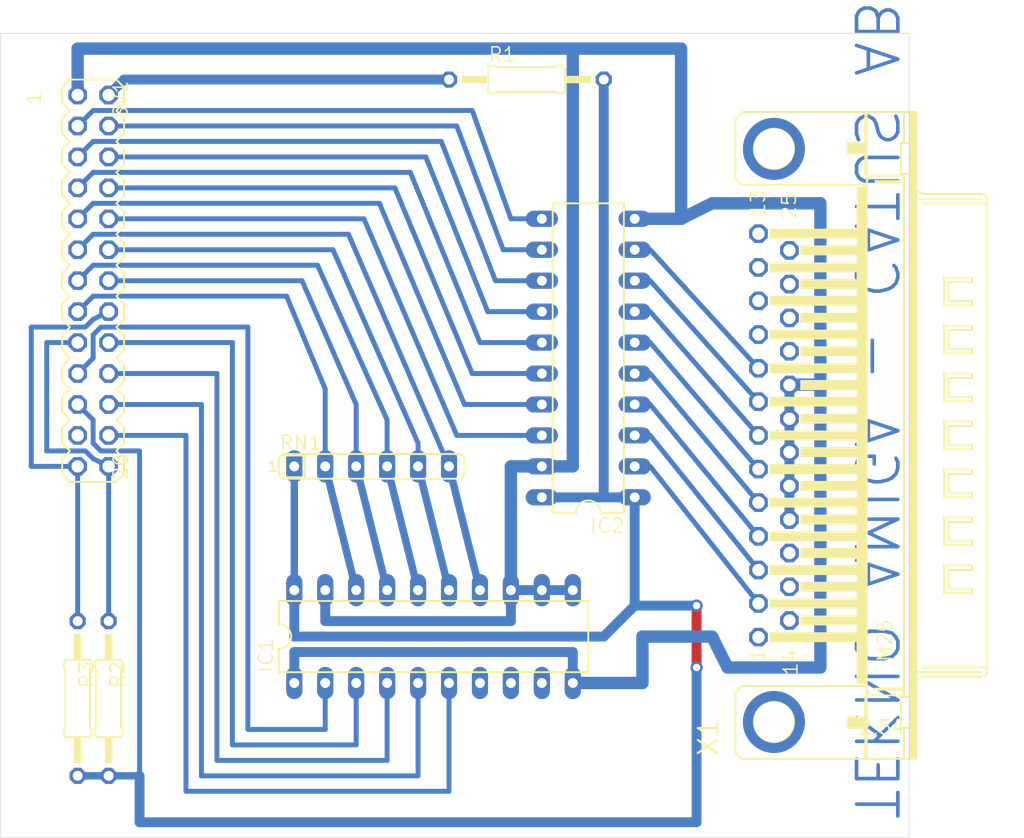
<source format=kicad_pcb>
(kicad_pcb (version 20221018) (generator pcbnew)
  (layers (0 "F.Cu" signal) (31 "B.Cu" signal) (34 "B.Paste" user) (35 "F.Paste" user) (36 "B.SilkS" user "B.Silkscreen") (37 "F.SilkS" user "F.Silkscreen") (38 "B.Mask" user) (39 "F.Mask" user) (44 "Edge.Cuts" user))
  (net 0 "")
  (net 1 "GND")
  (net 2 "VCC")
  (net 3 "N$1")
  (net 4 "N$2")
  (net 5 "N$3")
  (net 6 "N$4")
  (net 7 "N$5")
  (net 8 "N$6")
  (net 9 "N$7")
  (net 10 "N$8")
  (net 11 "N$9")
  (net 12 "N$10")
  (net 13 "N$11")
  (net 14 "N$12")
  (net 15 "N$13")
  (net 16 "N$14")
  (net 17 "N$15")
  (net 18 "N$16")
  (net 19 "N$17")
  (net 20 "N$18")
  (net 21 "N$19")
  (net 22 "N$20")
  (net 23 "N$22")
  (net 24 "N$23")
  (net 25 "N$24")
  (net 26 "N$25")
  (net 27 "N$26")
  (net 28 "N$27")
  (net 29 "N$28")
  (net 30 "N$29")
  (net 31 "N$21")
  (footprint "TeknoAmiga:0207_12" (layer "F.Cu") (at 117.5511 126.5886 -90)
    (fp_text reference "R3" (at -3.175 -1.397 90) (layer "F.SilkS") (effects (font (size 1.143 1.143) (thickness 0.127)) (justify right bottom)))
    (fp_text value "680k")
    (pad "1" thru_hole roundrect (at -6.35 0 270) (size 1.3208 1.3208) (drill 0.8128) (layers "*.Cu" "*.Mask") (chamfer_ratio 0.2928932188) (chamfer top_left top_right bottom_left bottom_right) (net 17 "N$15"))
    (pad "2" thru_hole roundrect (at 6.35 0 270) (size 1.3208 1.3208) (drill 0.8128) (layers "*.Cu" "*.Mask") (chamfer_ratio 0.2928932188) (chamfer top_left top_right bottom_left bottom_right) (net 2 "VCC"))
  )
  (footprint "TeknoAmiga:0207_12" (layer "F.Cu") (at 154.3811 75.7886)
    (fp_text reference "R1" (at -3.175 -1.397) (layer "F.SilkS") (effects (font (size 1.143 1.143) (thickness 0.127)) (justify left bottom)))
    (fp_text value "47")
    (pad "1" thru_hole roundrect (at -6.35 0) (size 1.3208 1.3208) (drill 0.8128) (layers "*.Cu" "*.Mask") (chamfer_ratio 0.2928932188) (chamfer top_left top_right bottom_left bottom_right) (net 31 "N$21"))
    (pad "2" thru_hole roundrect (at 6.35 0) (size 1.3208 1.3208) (drill 0.8128) (layers "*.Cu" "*.Mask") (chamfer_ratio 0.2928932188) (chamfer top_left top_right bottom_left bottom_right) (net 2 "VCC"))
  )
  (footprint "TeknoAmiga:DIL20" (layer "F.Cu") (at 159.4611 98.6486 90)
    (fp_text reference "IC2" (at -13.081 3.048 180) (layer "F.SilkS") (effects (font (size 1.1684 1.1684) (thickness 0.1016)) (justify right top)))
    (fp_text value "74LS245N")
    (pad "1" thru_hole oval (at -11.43 3.81 180) (size 2.6416 1.3208) (drill 0.8128) (layers "*.Cu" "*.Mask") (net 2 "VCC"))
    (pad "2" thru_hole oval (at -8.89 3.81 180) (size 2.6416 1.3208) (drill 0.8128) (layers "*.Cu" "*.Mask") (net 3 "N$1"))
    (pad "3" thru_hole oval (at -6.35 3.81 180) (size 2.6416 1.3208) (drill 0.8128) (layers "*.Cu" "*.Mask") (net 4 "N$2"))
    (pad "4" thru_hole oval (at -3.81 3.81 180) (size 2.6416 1.3208) (drill 0.8128) (layers "*.Cu" "*.Mask") (net 5 "N$3"))
    (pad "5" thru_hole oval (at -1.27 3.81 180) (size 2.6416 1.3208) (drill 0.8128) (layers "*.Cu" "*.Mask") (net 6 "N$4"))
    (pad "6" thru_hole oval (at 1.27 3.81 180) (size 2.6416 1.3208) (drill 0.8128) (layers "*.Cu" "*.Mask") (net 7 "N$5"))
    (pad "7" thru_hole oval (at 3.81 3.81 180) (size 2.6416 1.3208) (drill 0.8128) (layers "*.Cu" "*.Mask") (net 8 "N$6"))
    (pad "8" thru_hole oval (at 6.35 3.81 180) (size 2.6416 1.3208) (drill 0.8128) (layers "*.Cu" "*.Mask") (net 9 "N$7"))
    (pad "9" thru_hole oval (at 8.89 3.81 180) (size 2.6416 1.3208) (drill 0.8128) (layers "*.Cu" "*.Mask") (net 10 "N$8"))
    (pad "10" thru_hole oval (at 11.43 3.81 180) (size 2.6416 1.3208) (drill 0.8128) (layers "*.Cu" "*.Mask") (net 1 "GND"))
    (pad "11" thru_hole oval (at 11.43 -3.81 180) (size 2.6416 1.3208) (drill 0.8128) (layers "*.Cu" "*.Mask") (net 23 "N$22"))
    (pad "12" thru_hole oval (at 8.89 -3.81 180) (size 2.6416 1.3208) (drill 0.8128) (layers "*.Cu" "*.Mask") (net 24 "N$23"))
    (pad "13" thru_hole oval (at 6.35 -3.81 180) (size 2.6416 1.3208) (drill 0.8128) (layers "*.Cu" "*.Mask") (net 25 "N$24"))
    (pad "14" thru_hole oval (at 3.81 -3.81 180) (size 2.6416 1.3208) (drill 0.8128) (layers "*.Cu" "*.Mask") (net 26 "N$25"))
    (pad "15" thru_hole oval (at 1.27 -3.81 180) (size 2.6416 1.3208) (drill 0.8128) (layers "*.Cu" "*.Mask") (net 27 "N$26"))
    (pad "16" thru_hole oval (at -1.27 -3.81 180) (size 2.6416 1.3208) (drill 0.8128) (layers "*.Cu" "*.Mask") (net 28 "N$27"))
    (pad "17" thru_hole oval (at -3.81 -3.81 180) (size 2.6416 1.3208) (drill 0.8128) (layers "*.Cu" "*.Mask") (net 29 "N$28"))
    (pad "18" thru_hole oval (at -6.35 -3.81 180) (size 2.6416 1.3208) (drill 0.8128) (layers "*.Cu" "*.Mask") (net 30 "N$29"))
    (pad "19" thru_hole oval (at -8.89 -3.81 180) (size 2.6416 1.3208) (drill 0.8128) (layers "*.Cu" "*.Mask") (net 1 "GND"))
    (pad "20" thru_hole oval (at -11.43 -3.81 180) (size 2.6416 1.3208) (drill 0.8128) (layers "*.Cu" "*.Mask") (net 2 "VCC"))
  )
  (footprint "TeknoAmiga:SIL6" (layer "F.Cu") (at 141.6811 107.5386)
    (fp_text reference "RN1" (at -7.62 -1.27) (layer "F.SilkS") (effects (font (size 1.143 1.143) (thickness 0.127)) (justify left bottom)))
    (fp_text value "22k")
    (fp_text user "1" (at -8.636 0.508) (layer "F.SilkS") (effects (font (size 0.871728 0.871728) (thickness 0.118872)) (justify left bottom)))
    (pad "1" thru_hole oval (at -6.35 0 90) (size 2.6416 1.3208) (drill 0.8128) (layers "*.Cu" "*.Mask") (net 2 "VCC"))
    (pad "2" thru_hole oval (at -3.81 0 90) (size 2.6416 1.3208) (drill 0.8128) (layers "*.Cu" "*.Mask") (net 15 "N$13"))
    (pad "3" thru_hole oval (at -1.27 0 90) (size 2.6416 1.3208) (drill 0.8128) (layers "*.Cu" "*.Mask") (net 14 "N$12"))
    (pad "4" thru_hole oval (at 1.27 0 90) (size 2.6416 1.3208) (drill 0.8128) (layers "*.Cu" "*.Mask") (net 13 "N$11"))
    (pad "5" thru_hole oval (at 3.81 0 90) (size 2.6416 1.3208) (drill 0.8128) (layers "*.Cu" "*.Mask") (net 12 "N$10"))
    (pad "6" thru_hole oval (at 6.35 0 90) (size 2.6416 1.3208) (drill 0.8128) (layers "*.Cu" "*.Mask") (net 11 "N$9"))
  )
  (footprint "TeknoAmiga:MA13-2" (layer "F.Cu") (at 118.8211 92.2986 -90)
    (fp_text reference "SV1" (at -16.51 -2.921 90) (layer "F.SilkS") (effects (font (size 1.143 1.143) (thickness 0.127)) (justify right bottom)))
    (fp_text value "")
    (fp_text user "1" (at -15.621 4.191 90) (layer "F.SilkS") (effects (font (size 1.143 1.143) (thickness 0.127)) (justify right bottom)))
    (fp_text user "26" (at 14.097 -2.921 90) (layer "F.SilkS") (effects (font (size 1.143 1.143) (thickness 0.127)) (justify right bottom)))
    (pad "1" thru_hole roundrect (at -15.24 1.27 270) (size 1.524 1.524) (drill 1.016) (layers "*.Cu" "*.Mask") (chamfer_ratio 0.2928932188) (chamfer top_left top_right bottom_left bottom_right) (net 1 "GND"))
    (pad "2" thru_hole roundrect (at -15.24 -1.27 270) (size 1.524 1.524) (drill 1.016) (layers "*.Cu" "*.Mask") (chamfer_ratio 0.2928932188) (chamfer top_left top_right bottom_left bottom_right) (net 31 "N$21"))
    (pad "3" thru_hole roundrect (at -12.7 1.27 270) (size 1.524 1.524) (drill 1.016) (layers "*.Cu" "*.Mask") (chamfer_ratio 0.2928932188) (chamfer top_left top_right bottom_left bottom_right) (net 23 "N$22"))
    (pad "4" thru_hole roundrect (at -12.7 -1.27 270) (size 1.524 1.524) (drill 1.016) (layers "*.Cu" "*.Mask") (chamfer_ratio 0.2928932188) (chamfer top_left top_right bottom_left bottom_right) (net 24 "N$23"))
    (pad "5" thru_hole roundrect (at -10.16 1.27 270) (size 1.524 1.524) (drill 1.016) (layers "*.Cu" "*.Mask") (chamfer_ratio 0.2928932188) (chamfer top_left top_right bottom_left bottom_right) (net 25 "N$24"))
    (pad "6" thru_hole roundrect (at -10.16 -1.27 270) (size 1.524 1.524) (drill 1.016) (layers "*.Cu" "*.Mask") (chamfer_ratio 0.2928932188) (chamfer top_left top_right bottom_left bottom_right) (net 26 "N$25"))
    (pad "7" thru_hole roundrect (at -7.62 1.27 270) (size 1.524 1.524) (drill 1.016) (layers "*.Cu" "*.Mask") (chamfer_ratio 0.2928932188) (chamfer top_left top_right bottom_left bottom_right) (net 27 "N$26"))
    (pad "8" thru_hole roundrect (at -7.62 -1.27 270) (size 1.524 1.524) (drill 1.016) (layers "*.Cu" "*.Mask") (chamfer_ratio 0.2928932188) (chamfer top_left top_right bottom_left bottom_right) (net 28 "N$27"))
    (pad "9" thru_hole roundrect (at -5.08 1.27 270) (size 1.524 1.524) (drill 1.016) (layers "*.Cu" "*.Mask") (chamfer_ratio 0.2928932188) (chamfer top_left top_right bottom_left bottom_right) (net 29 "N$28"))
    (pad "10" thru_hole roundrect (at -5.08 -1.27 270) (size 1.524 1.524) (drill 1.016) (layers "*.Cu" "*.Mask") (chamfer_ratio 0.2928932188) (chamfer top_left top_right bottom_left bottom_right) (net 30 "N$29"))
    (pad "11" thru_hole roundrect (at -2.54 1.27 270) (size 1.524 1.524) (drill 1.016) (layers "*.Cu" "*.Mask") (chamfer_ratio 0.2928932188) (chamfer top_left top_right bottom_left bottom_right) (net 11 "N$9"))
    (pad "12" thru_hole roundrect (at -2.54 -1.27 270) (size 1.524 1.524) (drill 1.016) (layers "*.Cu" "*.Mask") (chamfer_ratio 0.2928932188) (chamfer top_left top_right bottom_left bottom_right) (net 12 "N$10"))
    (pad "13" thru_hole roundrect (at 0 1.27 270) (size 1.524 1.524) (drill 1.016) (layers "*.Cu" "*.Mask") (chamfer_ratio 0.2928932188) (chamfer top_left top_right bottom_left bottom_right) (net 13 "N$11"))
    (pad "14" thru_hole roundrect (at 0 -1.27 270) (size 1.524 1.524) (drill 1.016) (layers "*.Cu" "*.Mask") (chamfer_ratio 0.2928932188) (chamfer top_left top_right bottom_left bottom_right) (net 14 "N$12"))
    (pad "15" thru_hole roundrect (at 2.54 1.27 270) (size 1.524 1.524) (drill 1.016) (layers "*.Cu" "*.Mask") (chamfer_ratio 0.2928932188) (chamfer top_left top_right bottom_left bottom_right) (net 15 "N$13"))
    (pad "16" thru_hole roundrect (at 2.54 -1.27 270) (size 1.524 1.524) (drill 1.016) (layers "*.Cu" "*.Mask") (chamfer_ratio 0.2928932188) (chamfer top_left top_right bottom_left bottom_right) (net 17 "N$15"))
    (pad "17" thru_hole roundrect (at 5.08 1.27 270) (size 1.524 1.524) (drill 1.016) (layers "*.Cu" "*.Mask") (chamfer_ratio 0.2928932188) (chamfer top_left top_right bottom_left bottom_right) (net 16 "N$14"))
    (pad "18" thru_hole roundrect (at 5.08 -1.27 270) (size 1.524 1.524) (drill 1.016) (layers "*.Cu" "*.Mask") (chamfer_ratio 0.2928932188) (chamfer top_left top_right bottom_left bottom_right) (net 21 "N$19"))
    (pad "19" thru_hole roundrect (at 7.62 1.27 270) (size 1.524 1.524) (drill 1.016) (layers "*.Cu" "*.Mask") (chamfer_ratio 0.2928932188) (chamfer top_left top_right bottom_left bottom_right) (net 22 "N$20"))
    (pad "20" thru_hole roundrect (at 7.62 -1.27 270) (size 1.524 1.524) (drill 1.016) (layers "*.Cu" "*.Mask") (chamfer_ratio 0.2928932188) (chamfer top_left top_right bottom_left bottom_right) (net 20 "N$18"))
    (pad "21" thru_hole roundrect (at 10.16 1.27 270) (size 1.524 1.524) (drill 1.016) (layers "*.Cu" "*.Mask") (chamfer_ratio 0.2928932188) (chamfer top_left top_right bottom_left bottom_right) (net 2 "VCC"))
    (pad "22" thru_hole roundrect (at 10.16 -1.27 270) (size 1.524 1.524) (drill 1.016) (layers "*.Cu" "*.Mask") (chamfer_ratio 0.2928932188) (chamfer top_left top_right bottom_left bottom_right) (net 19 "N$17"))
    (pad "23" thru_hole roundrect (at 12.7 1.27 270) (size 1.524 1.524) (drill 1.016) (layers "*.Cu" "*.Mask") (chamfer_ratio 0.2928932188) (chamfer top_left top_right bottom_left bottom_right))
    (pad "24" thru_hole roundrect (at 12.7 -1.27 270) (size 1.524 1.524) (drill 1.016) (layers "*.Cu" "*.Mask") (chamfer_ratio 0.2928932188) (chamfer top_left top_right bottom_left bottom_right) (net 18 "N$16"))
    (pad "25" thru_hole roundrect (at 15.24 1.27 270) (size 1.524 1.524) (drill 1.016) (layers "*.Cu" "*.Mask") (chamfer_ratio 0.2928932188) (chamfer top_left top_right bottom_left bottom_right) (net 17 "N$15"))
    (pad "26" thru_hole roundrect (at 15.24 -1.27 270) (size 1.524 1.524) (drill 1.016) (layers "*.Cu" "*.Mask") (chamfer_ratio 0.2928932188) (chamfer top_left top_right bottom_left bottom_right) (net 16 "N$14"))
  )
  (footprint "TeknoAmiga:M25HP" (layer "F.Cu") (at 174.7011 104.9986 90)
    (fp_text reference "X1" (at -26.416 -4.445 90) (layer "F.SilkS") (effects (font (size 1.6002 1.6002) (thickness 0.1778)) (justify left bottom)))
    (fp_text value "")
    (fp_text user "1" (at -18.669 -0.635 90) (layer "F.SilkS") (effects (font (size 1.143 1.143) (thickness 0.127)) (justify left bottom)))
    (fp_text user "25" (at 17.653 1.905 90) (layer "F.SilkS") (effects (font (size 1.143 1.143) (thickness 0.127)) (justify left bottom)))
    (fp_text user "M25" (at -18.669 9.779 90) (layer "F.SilkS") (effects (font (size 1.143 1.143) (thickness 0.127)) (justify left bottom)))
    (fp_text user "2,54" (at -24.638 6.858 180) (layer "F.SilkS") (effects (font (size 1.143 1.143) (thickness 0.127)) (justify left bottom)))
    (fp_text user "14" (at -19.812 2.032 90) (layer "F.SilkS") (effects (font (size 1.143 1.143) (thickness 0.127)) (justify left bottom)))
    (fp_text user "13" (at 17.907 -0.635 90) (layer "F.SilkS") (effects (font (size 1.143 1.143) (thickness 0.127)) (justify left bottom)))
    (pad "1" thru_hole roundrect (at -16.5608 -1.27 90) (size 1.524 1.524) (drill 1.016) (layers "*.Cu" "*.Mask") (chamfer_ratio 0.2928932188) (chamfer top_left top_right bottom_left bottom_right))
    (pad "2" thru_hole roundrect (at -13.7922 -1.27 90) (size 1.524 1.524) (drill 1.016) (layers "*.Cu" "*.Mask") (chamfer_ratio 0.2928932188) (chamfer top_left top_right bottom_left bottom_right) (net 3 "N$1"))
    (pad "3" thru_hole roundrect (at -11.049 -1.27 90) (size 1.524 1.524) (drill 1.016) (layers "*.Cu" "*.Mask") (chamfer_ratio 0.2928932188) (chamfer top_left top_right bottom_left bottom_right) (net 4 "N$2"))
    (pad "4" thru_hole roundrect (at -8.2804 -1.27 90) (size 1.524 1.524) (drill 1.016) (layers "*.Cu" "*.Mask") (chamfer_ratio 0.2928932188) (chamfer top_left top_right bottom_left bottom_right) (net 5 "N$3"))
    (pad "5" thru_hole roundrect (at -5.5118 -1.27 90) (size 1.524 1.524) (drill 1.016) (layers "*.Cu" "*.Mask") (chamfer_ratio 0.2928932188) (chamfer top_left top_right bottom_left bottom_right) (net 6 "N$4"))
    (pad "6" thru_hole roundrect (at -2.7686 -1.27 90) (size 1.524 1.524) (drill 1.016) (layers "*.Cu" "*.Mask") (chamfer_ratio 0.2928932188) (chamfer top_left top_right bottom_left bottom_right) (net 7 "N$5"))
    (pad "7" thru_hole roundrect (at 0 -1.27 90) (size 1.524 1.524) (drill 1.016) (layers "*.Cu" "*.Mask") (chamfer_ratio 0.2928932188) (chamfer top_left top_right bottom_left bottom_right) (net 8 "N$6"))
    (pad "8" thru_hole roundrect (at 2.7686 -1.27 90) (size 1.524 1.524) (drill 1.016) (layers "*.Cu" "*.Mask") (chamfer_ratio 0.2928932188) (chamfer top_left top_right bottom_left bottom_right) (net 9 "N$7"))
    (pad "9" thru_hole roundrect (at 5.5118 -1.27 90) (size 1.524 1.524) (drill 1.016) (layers "*.Cu" "*.Mask") (chamfer_ratio 0.2928932188) (chamfer top_left top_right bottom_left bottom_right) (net 10 "N$8"))
    (pad "10" thru_hole roundrect (at 8.2804 -1.27 90) (size 1.524 1.524) (drill 1.016) (layers "*.Cu" "*.Mask") (chamfer_ratio 0.2928932188) (chamfer top_left top_right bottom_left bottom_right))
    (pad "11" thru_hole roundrect (at 11.049 -1.27 90) (size 1.524 1.524) (drill 1.016) (layers "*.Cu" "*.Mask") (chamfer_ratio 0.2928932188) (chamfer top_left top_right bottom_left bottom_right))
    (pad "12" thru_hole roundrect (at 13.7922 -1.27 90) (size 1.524 1.524) (drill 1.016) (layers "*.Cu" "*.Mask") (chamfer_ratio 0.2928932188) (chamfer top_left top_right bottom_left bottom_right))
    (pad "13" thru_hole roundrect (at 16.5608 -1.27 90) (size 1.524 1.524) (drill 1.016) (layers "*.Cu" "*.Mask") (chamfer_ratio 0.2928932188) (chamfer top_left top_right bottom_left bottom_right))
    (pad "14" thru_hole roundrect (at -15.1892 1.27 90) (size 1.524 1.524) (drill 1.016) (layers "*.Cu" "*.Mask") (chamfer_ratio 0.2928932188) (chamfer top_left top_right bottom_left bottom_right))
    (pad "15" thru_hole roundrect (at -12.4206 1.27 90) (size 1.524 1.524) (drill 1.016) (layers "*.Cu" "*.Mask") (chamfer_ratio 0.2928932188) (chamfer top_left top_right bottom_left bottom_right))
    (pad "16" thru_hole roundrect (at -9.652 1.27 90) (size 1.524 1.524) (drill 1.016) (layers "*.Cu" "*.Mask") (chamfer_ratio 0.2928932188) (chamfer top_left top_right bottom_left bottom_right))
    (pad "17" thru_hole roundrect (at -6.9088 1.27 90) (size 1.524 1.524) (drill 1.016) (layers "*.Cu" "*.Mask") (chamfer_ratio 0.2928932188) (chamfer top_left top_right bottom_left bottom_right) (net 1 "GND"))
    (pad "18" thru_hole roundrect (at -4.1402 1.27 90) (size 1.524 1.524) (drill 1.016) (layers "*.Cu" "*.Mask") (chamfer_ratio 0.2928932188) (chamfer top_left top_right bottom_left bottom_right) (net 1 "GND"))
    (pad "19" thru_hole roundrect (at -1.3716 1.27 90) (size 1.524 1.524) (drill 1.016) (layers "*.Cu" "*.Mask") (chamfer_ratio 0.2928932188) (chamfer top_left top_right bottom_left bottom_right) (net 1 "GND"))
    (pad "20" thru_hole roundrect (at 1.3716 1.27 90) (size 1.524 1.524) (drill 1.016) (layers "*.Cu" "*.Mask") (chamfer_ratio 0.2928932188) (chamfer top_left top_right bottom_left bottom_right) (net 1 "GND"))
    (pad "21" thru_hole roundrect (at 4.1402 1.27 90) (size 1.524 1.524) (drill 1.016) (layers "*.Cu" "*.Mask") (chamfer_ratio 0.2928932188) (chamfer top_left top_right bottom_left bottom_right) (net 1 "GND"))
    (pad "22" thru_hole roundrect (at 6.9088 1.27 90) (size 1.524 1.524) (drill 1.016) (layers "*.Cu" "*.Mask") (chamfer_ratio 0.2928932188) (chamfer top_left top_right bottom_left bottom_right) (net 1 "GND"))
    (pad "23" thru_hole roundrect (at 9.652 1.27 90) (size 1.524 1.524) (drill 1.016) (layers "*.Cu" "*.Mask") (chamfer_ratio 0.2928932188) (chamfer top_left top_right bottom_left bottom_right) (net 1 "GND"))
    (pad "24" thru_hole roundrect (at 12.4206 1.27 90) (size 1.524 1.524) (drill 1.016) (layers "*.Cu" "*.Mask") (chamfer_ratio 0.2928932188) (chamfer top_left top_right bottom_left bottom_right) (net 1 "GND"))
    (pad "25" thru_hole roundrect (at 15.1892 1.27 90) (size 1.524 1.524) (drill 1.016) (layers "*.Cu" "*.Mask") (chamfer_ratio 0.2928932188) (chamfer top_left top_right bottom_left bottom_right) (net 1 "GND"))
    (pad "G1" thru_hole circle (at -23.5204 0 90) (size 5.08 5.08) (drill 3.302) (layers "*.Cu" "*.Mask"))
    (pad "G2" thru_hole circle (at 23.5204 0 90) (size 5.08 5.08) (drill 3.302) (layers "*.Cu" "*.Mask"))
  )
  (footprint "TeknoAmiga:DIL20" (layer "F.Cu") (at 146.7611 121.5086)
    (fp_text reference "IC1" (at -13.081 3.048 90) (layer "F.SilkS") (effects (font (size 1.1684 1.1684) (thickness 0.1016)) (justify left bottom)))
    (fp_text value "74LS245N")
    (pad "1" thru_hole oval (at -11.43 3.81 90) (size 2.6416 1.3208) (drill 0.8128) (layers "*.Cu" "*.Mask") (net 1 "GND"))
    (pad "2" thru_hole oval (at -8.89 3.81 90) (size 2.6416 1.3208) (drill 0.8128) (layers "*.Cu" "*.Mask") (net 22 "N$20"))
    (pad "3" thru_hole oval (at -6.35 3.81 90) (size 2.6416 1.3208) (drill 0.8128) (layers "*.Cu" "*.Mask") (net 21 "N$19"))
    (pad "4" thru_hole oval (at -3.81 3.81 90) (size 2.6416 1.3208) (drill 0.8128) (layers "*.Cu" "*.Mask") (net 20 "N$18"))
    (pad "5" thru_hole oval (at -1.27 3.81 90) (size 2.6416 1.3208) (drill 0.8128) (layers "*.Cu" "*.Mask") (net 19 "N$17"))
    (pad "6" thru_hole oval (at 1.27 3.81 90) (size 2.6416 1.3208) (drill 0.8128) (layers "*.Cu" "*.Mask") (net 18 "N$16"))
    (pad "7" thru_hole oval (at 3.81 3.81 90) (size 2.6416 1.3208) (drill 0.8128) (layers "*.Cu" "*.Mask"))
    (pad "8" thru_hole oval (at 6.35 3.81 90) (size 2.6416 1.3208) (drill 0.8128) (layers "*.Cu" "*.Mask"))
    (pad "9" thru_hole oval (at 8.89 3.81 90) (size 2.6416 1.3208) (drill 0.8128) (layers "*.Cu" "*.Mask"))
    (pad "10" thru_hole oval (at 11.43 3.81 90) (size 2.6416 1.3208) (drill 0.8128) (layers "*.Cu" "*.Mask") (net 1 "GND"))
    (pad "11" thru_hole oval (at 11.43 -3.81 90) (size 2.6416 1.3208) (drill 0.8128) (layers "*.Cu" "*.Mask") (net 1 "GND"))
    (pad "12" thru_hole oval (at 8.89 -3.81 90) (size 2.6416 1.3208) (drill 0.8128) (layers "*.Cu" "*.Mask") (net 1 "GND"))
    (pad "13" thru_hole oval (at 6.35 -3.81 90) (size 2.6416 1.3208) (drill 0.8128) (layers "*.Cu" "*.Mask") (net 1 "GND"))
    (pad "14" thru_hole oval (at 3.81 -3.81 90) (size 2.6416 1.3208) (drill 0.8128) (layers "*.Cu" "*.Mask") (net 11 "N$9"))
    (pad "15" thru_hole oval (at 1.27 -3.81 90) (size 2.6416 1.3208) (drill 0.8128) (layers "*.Cu" "*.Mask") (net 12 "N$10"))
    (pad "16" thru_hole oval (at -1.27 -3.81 90) (size 2.6416 1.3208) (drill 0.8128) (layers "*.Cu" "*.Mask") (net 13 "N$11"))
    (pad "17" thru_hole oval (at -3.81 -3.81 90) (size 2.6416 1.3208) (drill 0.8128) (layers "*.Cu" "*.Mask") (net 14 "N$12"))
    (pad "18" thru_hole oval (at -6.35 -3.81 90) (size 2.6416 1.3208) (drill 0.8128) (layers "*.Cu" "*.Mask") (net 15 "N$13"))
    (pad "19" thru_hole oval (at -8.89 -3.81 90) (size 2.6416 1.3208) (drill 0.8128) (layers "*.Cu" "*.Mask") (net 1 "GND"))
    (pad "20" thru_hole oval (at -11.43 -3.81 90) (size 2.6416 1.3208) (drill 0.8128) (layers "*.Cu" "*.Mask") (net 2 "VCC"))
  )
  (footprint "TeknoAmiga:0207_12" (layer "F.Cu") (at 120.0911 126.5886 -90)
    (fp_text reference "R2" (at -3.175 -1.397 90) (layer "F.SilkS") (effects (font (size 1.143 1.143) (thickness 0.127)) (justify right bottom)))
    (fp_text value "680k")
    (pad "1" thru_hole roundrect (at -6.35 0 270) (size 1.3208 1.3208) (drill 0.8128) (layers "*.Cu" "*.Mask") (chamfer_ratio 0.2928932188) (chamfer top_left top_right bottom_left bottom_right) (net 16 "N$14"))
    (pad "2" thru_hole roundrect (at 6.35 0 270) (size 1.3208 1.3208) (drill 0.8128) (layers "*.Cu" "*.Mask") (chamfer_ratio 0.2928932188) (chamfer top_left top_right bottom_left bottom_right) (net 2 "VCC"))
  )
  (gr_line (start 111.2011 71.9886) (end 111.2011 138.0186) (stroke (width 0.05)) (layer "Edge.Cuts"))
  (gr_line (start 185.8011 138.0186) (end 185.8011 71.9886) (stroke (width 0.05)) (layer "Edge.Cuts"))
  (gr_line (start 111.2011 138.0186) (end 185.8011 138.0186) (stroke (width 0.05)) (layer "Edge.Cuts"))
  (gr_line (start 185.8011 71.9886) (end 111.2011 71.9886) (stroke (width 0.05)) (layer "Edge.Cuts"))
  (gr_text "TEKNO AMIGA - CATUS AB" (at 181.0511 136.7486 -90) (layer "B.Cu") (effects (font (size 3.38836 3.38836) (thickness 0.29464)) (justify left bottom mirror)))
  (segment (start 175.9711 111.9074) (end 175.9711 109.1388) (width 0.8128) (layer "B.Cu") (net 1))
  (segment (start 158.1911 73.2486) (end 167.0811 73.2486) (width 1.016) (layer "B.Cu") (net 1))
  (segment (start 175.9711 100.8584) (end 175.9711 100.8584) (width 1.016) (layer "B.Cu") (net 1))
  (segment (start 167.0811 87.2186) (end 163.2711 87.2186) (width 1.016) (layer "B.Cu") (net 1))
  (segment (start 158.1911 107.5386) (end 158.1911 73.2486) (width 1.016) (layer "B.Cu") (net 1))
  (segment (start 169.6211 85.9486) (end 167.0811 87.2186) (width 1.016) (layer "B.Cu") (net 1))
  (segment (start 176.004628 100.824872) (end 178.5111 100.824872) (width 1.016) (layer "B.Cu") (net 1))
  (segment (start 175.9711 100.8584) (end 176.004628 100.824872) (width 1.016) (layer "B.Cu") (net 1))
  (segment (start 117.5511 77.0586) (end 117.5511 73.2486) (width 1.016) (layer "B.Cu") (net 1))
  (segment (start 158.1911 117.6986) (end 155.6511 117.6986) (width 0.8128) (layer "B.Cu") (net 1))
  (segment (start 153.1111 107.5386) (end 155.6511 107.5386) (width 1.016) (layer "B.Cu") (net 1))
  (segment (start 155.6511 107.5386) (end 158.1911 107.5386) (width 1.016) (layer "B.Cu") (net 1))
  (segment (start 178.5111 85.9486) (end 169.6211 85.9486) (width 1.016) (layer "B.Cu") (net 1))
  (segment (start 135.3311 122.7786) (end 158.1911 122.7786) (width 0.8128) (layer "B.Cu") (net 1))
  (segment (start 153.1111 120.2386) (end 153.1111 117.6986) (width 0.8128) (layer "B.Cu") (net 1))
  (segment (start 167.0811 73.2486) (end 167.0811 87.2186) (width 1.016) (layer "B.Cu") (net 1))
  (segment (start 117.5511 73.2486) (end 158.1911 73.2486) (width 1.016) (layer "B.Cu") (net 1))
  (segment (start 158.1911 125.3186) (end 163.9061 125.3186) (width 1.016) (layer "B.Cu") (net 1))
  (segment (start 135.3311 125.3186) (end 135.3311 122.7786) (width 0.8128) (layer "B.Cu") (net 1))
  (segment (start 178.5111 100.824872) (end 178.5111 85.9486) (width 1.016) (layer "B.Cu") (net 1))
  (segment (start 137.8711 120.2386) (end 153.1111 120.2386) (width 0.8128) (layer "B.Cu") (net 1))
  (segment (start 175.9711 109.1388) (end 175.9711 106.3702) (width 0.8128) (layer "B.Cu") (net 1))
  (segment (start 158.1911 122.7786) (end 158.1911 125.3186) (width 0.8128) (layer "B.Cu") (net 1))
  (segment (start 153.1111 107.5386) (end 153.1111 117.6986) (width 1.016) (layer "B.Cu") (net 1))
  (segment (start 169.6211 121.5086) (end 170.8911 124.0486) (width 1.016) (layer "B.Cu") (net 1))
  (segment (start 163.9061 121.5086) (end 169.6211 121.5086) (width 1.016) (layer "B.Cu") (net 1))
  (segment (start 175.9711 106.3702) (end 175.9711 103.627) (width 0.8128) (layer "B.Cu") (net 1))
  (segment (start 153.1111 117.6986) (end 155.6511 117.6986) (width 0.8128) (layer "B.Cu") (net 1))
  (segment (start 137.8711 117.6986) (end 137.8711 120.2386) (width 0.8128) (layer "B.Cu") (net 1))
  (segment (start 170.8911 124.0486) (end 178.5111 124.0486) (width 1.016) (layer "B.Cu") (net 1))
  (segment (start 178.5111 124.0486) (end 178.5111 100.824872) (width 1.016) (layer "B.Cu") (net 1))
  (segment (start 175.9711 103.627) (end 175.9711 100.8584) (width 0.8128) (layer "B.Cu") (net 1))
  (segment (start 163.9061 125.3186) (end 163.9061 121.5086) (width 1.016) (layer "B.Cu") (net 1))
  (segment (start 168.3511 124.0486) (end 168.3511 118.9686) (width 0.8128) (layer "F.Cu") (net 2))
  (via (at 168.3511 124.0486) (size 1.0064) (drill 0.6) (layers "F.Cu" "B.Cu") (net 2))
  (via (at 168.3511 118.9686) (size 1.0064) (drill 0.6) (layers "F.Cu" "B.Cu") (net 2))
  (segment (start 160.7311 75.7886) (end 160.7311 110.0786) (width 0.8128) (layer "B.Cu") (net 2))
  (segment (start 122.6311 132.9386) (end 122.6311 136.7486) (width 0.8128) (layer "B.Cu") (net 2))
  (segment (start 168.3511 118.9686) (end 163.2711 118.9686) (width 0.8128) (layer "B.Cu") (net 2))
  (segment (start 163.2711 118.9686) (end 160.7311 121.5086) (width 0.8128) (layer "B.Cu") (net 2))
  (segment (start 120.0911 132.9386) (end 122.6311 132.9386) (width 0.6096) (layer "B.Cu") (net 2))
  (segment (start 122.6311 136.7486) (end 168.3511 136.7486) (width 0.8128) (layer "B.Cu") (net 2))
  (segment (start 168.3511 136.7486) (end 168.3511 124.0486) (width 0.8128) (layer "B.Cu") (net 2))
  (segment (start 155.6511 110.0786) (end 160.7311 110.0786) (width 0.8128) (layer "B.Cu") (net 2))
  (segment (start 135.3311 121.5086) (end 135.3311 117.6986) (width 0.8128) (layer "B.Cu") (net 2))
  (segment (start 119.4561 106.2686) (end 122.6311 106.2686) (width 0.4064) (layer "B.Cu") (net 2))
  (segment (start 118.8211 103.7286) (end 118.8211 105.6336) (width 0.4064) (layer "B.Cu") (net 2))
  (segment (start 118.8211 105.6336) (end 119.4561 106.2686) (width 0.4064) (layer "B.Cu") (net 2))
  (segment (start 163.2711 110.0786) (end 163.2711 118.9686) (width 0.8128) (layer "B.Cu") (net 2))
  (segment (start 117.5511 132.9386) (end 120.0911 132.9386) (width 0.6096) (layer "B.Cu") (net 2))
  (segment (start 160.7311 121.5086) (end 135.3311 121.5086) (width 0.8128) (layer "B.Cu") (net 2))
  (segment (start 117.5511 102.4586) (end 118.8211 103.7286) (width 0.4064) (layer "B.Cu") (net 2))
  (segment (start 160.7311 110.0786) (end 163.2711 110.0786) (width 0.8128) (layer "B.Cu") (net 2))
  (segment (start 135.3311 117.6986) (end 135.3311 107.5386) (width 0.6096) (layer "B.Cu") (net 2))
  (segment (start 122.6311 106.2686) (end 122.6311 132.9386) (width 0.4064) (layer "B.Cu") (net 2))
  (segment (start 164.5411 107.5386) (end 163.2711 107.5386) (width 0.4064) (layer "B.Cu") (net 3))
  (segment (start 173.4311 118.7908) (end 164.5411 107.5386) (width 0.4064) (layer "B.Cu") (net 3))
  (segment (start 173.4311 116.0476) (end 164.5411 104.9986) (width 0.4064) (layer "B.Cu") (net 4))
  (segment (start 164.5411 104.9986) (end 163.2711 104.9986) (width 0.4064) (layer "B.Cu") (net 4))
  (segment (start 164.5411 102.4586) (end 163.2711 102.4586) (width 0.4064) (layer "B.Cu") (net 5))
  (segment (start 173.4311 113.279) (end 164.5411 102.4586) (width 0.4064) (layer "B.Cu") (net 5))
  (segment (start 173.4311 110.5104) (end 164.5411 99.9186) (width 0.4064) (layer "B.Cu") (net 6))
  (segment (start 164.5411 99.9186) (end 163.2711 99.9186) (width 0.4064) (layer "B.Cu") (net 6))
  (segment (start 173.4311 107.7672) (end 164.5411 97.3786) (width 0.4064) (layer "B.Cu") (net 7))
  (segment (start 164.5411 97.3786) (end 163.2711 97.3786) (width 0.4064) (layer "B.Cu") (net 7))
  (segment (start 164.5411 94.8386) (end 163.2711 94.8386) (width 0.4064) (layer "B.Cu") (net 8))
  (segment (start 173.4311 104.9986) (end 164.5411 94.8386) (width 0.4064) (layer "B.Cu") (net 8))
  (segment (start 173.4311 102.23) (end 164.5411 92.2986) (width 0.4064) (layer "B.Cu") (net 9))
  (segment (start 164.5411 92.2986) (end 163.2711 92.2986) (width 0.4064) (layer "B.Cu") (net 9))
  (segment (start 173.4311 99.4868) (end 164.5411 89.7586) (width 0.4064) (layer "B.Cu") (net 10))
  (segment (start 164.5411 89.7586) (end 163.2711 89.7586) (width 0.4064) (layer "B.Cu") (net 10))
  (segment (start 150.5711 117.6986) (end 148.0311 107.5386) (width 0.6096) (layer "B.Cu") (net 11))
  (segment (start 139.7761 88.4886) (end 118.8211 88.4886) (width 0.4064) (layer "B.Cu") (net 11))
  (segment (start 118.8211 88.4886) (end 117.5511 89.7586) (width 0.4064) (layer "B.Cu") (net 11))
  (segment (start 148.0311 107.5386) (end 139.7761 88.4886) (width 0.4064) (layer "B.Cu") (net 11))
  (segment (start 148.0311 117.6986) (end 145.4911 107.5386) (width 0.6096) (layer "B.Cu") (net 12))
  (segment (start 145.4911 107.5386) (end 145.4911 105.6336) (width 0.4064) (layer "B.Cu") (net 12))
  (segment (start 145.4911 105.6336) (end 138.5061 89.7586) (width 0.4064) (layer "B.Cu") (net 12))
  (segment (start 138.5061 89.7586) (end 120.0911 89.7586) (width 0.4064) (layer "B.Cu") (net 12))
  (segment (start 118.8211 91.0286) (end 117.5511 92.2986) (width 0.4064) (layer "B.Cu") (net 13))
  (segment (start 137.2361 91.0286) (end 118.8211 91.0286) (width 0.4064) (layer "B.Cu") (net 13))
  (segment (start 145.4911 117.6986) (end 142.9511 107.5386) (width 0.6096) (layer "B.Cu") (net 13))
  (segment (start 142.9511 103.7286) (end 137.2361 91.0286) (width 0.4064) (layer "B.Cu") (net 13))
  (segment (start 142.9511 107.5386) (end 142.9511 103.7286) (width 0.4064) (layer "B.Cu") (net 13))
  (segment (start 142.9511 117.6986) (end 140.4111 107.5386) (width 0.6096) (layer "B.Cu") (net 14))
  (segment (start 140.4111 107.5386) (end 140.4111 102.4586) (width 0.4064) (layer "B.Cu") (net 14))
  (segment (start 140.4111 102.4586) (end 135.9661 92.2986) (width 0.4064) (layer "B.Cu") (net 14))
  (segment (start 135.9661 92.2986) (end 120.0911 92.2986) (width 0.4064) (layer "B.Cu") (net 14))
  (segment (start 118.8211 93.5686) (end 117.5511 94.8386) (width 0.4064) (layer "B.Cu") (net 15))
  (segment (start 137.8711 101.1886) (end 134.6961 93.5686) (width 0.4064) (layer "B.Cu") (net 15))
  (segment (start 140.4111 117.6986) (end 137.8711 107.5386) (width 0.6096) (layer "B.Cu") (net 15))
  (segment (start 134.6961 93.5686) (end 118.8211 93.5686) (width 0.4064) (layer "B.Cu") (net 15))
  (segment (start 137.8711 107.5386) (end 137.8711 101.1886) (width 0.4064) (layer "B.Cu") (net 15))
  (segment (start 120.0911 120.2386) (end 120.0911 107.5386) (width 0.4064) (layer "B.Cu") (net 16))
  (segment (start 115.0111 97.3786) (end 117.5511 97.3786) (width 0.4064) (layer "B.Cu") (net 16))
  (segment (start 118.1861 106.2686) (end 118.8211 106.9036) (width 0.4064) (layer "B.Cu") (net 16))
  (segment (start 115.0111 106.2686) (end 118.1861 106.2686) (width 0.4064) (layer "B.Cu") (net 16))
  (segment (start 115.0111 106.2686) (end 115.0111 97.3786) (width 0.4064) (layer "B.Cu") (net 16))
  (segment (start 118.8211 106.9036) (end 120.0911 107.5386) (width 0.4064) (layer "B.Cu") (net 16))
  (segment (start 113.7411 96.1086) (end 118.1861 96.1086) (width 0.4064) (layer "B.Cu") (net 17))
  (segment (start 117.5511 120.2386) (end 117.5511 107.5386) (width 0.4064) (layer "B.Cu") (net 17))
  (segment (start 118.1861 96.1086) (end 118.8211 95.4736) (width 0.4064) (layer "B.Cu") (net 17))
  (segment (start 117.5511 107.5386) (end 113.7411 107.5386) (width 0.4064) (layer "B.Cu") (net 17))
  (segment (start 118.8211 95.4736) (end 120.0911 94.8386) (width 0.4064) (layer "B.Cu") (net 17))
  (segment (start 113.7411 107.5386) (end 113.7411 96.1086) (width 0.4064) (layer "B.Cu") (net 17))
  (segment (start 148.0311 125.3186) (end 148.0311 134.2086) (width 0.4064) (layer "B.Cu") (net 18))
  (segment (start 126.4411 104.9986) (end 120.0911 104.9986) (width 0.4064) (layer "B.Cu") (net 18))
  (segment (start 126.4411 134.2086) (end 126.4411 104.9986) (width 0.4064) (layer "B.Cu") (net 18))
  (segment (start 148.0311 134.2086) (end 126.4411 134.2086) (width 0.4064) (layer "B.Cu") (net 18))
  (segment (start 145.4911 132.9386) (end 127.7111 132.9386) (width 0.4064) (layer "B.Cu") (net 19))
  (segment (start 127.7111 132.9386) (end 127.7111 102.4586) (width 0.4064) (layer "B.Cu") (net 19))
  (segment (start 145.4911 125.3186) (end 145.4911 132.9386) (width 0.4064) (layer "B.Cu") (net 19))
  (segment (start 127.7111 102.4586) (end 120.0911 102.4586) (width 0.4064) (layer "B.Cu") (net 19))
  (segment (start 142.9511 125.3186) (end 142.9511 131.6686) (width 0.4064) (layer "B.Cu") (net 20))
  (segment (start 142.9511 131.6686) (end 128.9811 131.6686) (width 0.4064) (layer "B.Cu") (net 20))
  (segment (start 128.9811 131.6686) (end 128.9811 99.9186) (width 0.4064) (layer "B.Cu") (net 20))
  (segment (start 128.9811 99.9186) (end 120.0911 99.9186) (width 0.4064) (layer "B.Cu") (net 20))
  (segment (start 130.2511 130.3986) (end 130.2511 97.3786) (width 0.4064) (layer "B.Cu") (net 21))
  (segment (start 130.2511 97.3786) (end 120.0911 97.3786) (width 0.4064) (layer "B.Cu") (net 21))
  (segment (start 140.4111 130.3986) (end 130.2511 130.3986) (width 0.4064) (layer "B.Cu") (net 21))
  (segment (start 140.4111 125.3186) (end 140.4111 130.3986) (width 0.4064) (layer "B.Cu") (net 21))
  (segment (start 119.4561 96.1086) (end 118.8211 96.7436) (width 0.4064) (layer "B.Cu") (net 22))
  (segment (start 137.8711 125.3186) (end 137.8711 129.1286) (width 0.4064) (layer "B.Cu") (net 22))
  (segment (start 118.8211 96.7436) (end 118.8211 98.6486) (width 0.4064) (layer "B.Cu") (net 22))
  (segment (start 131.5211 96.1086) (end 119.4561 96.1086) (width 0.4064) (layer "B.Cu") (net 22))
  (segment (start 131.5211 129.1286) (end 131.5211 96.1086) (width 0.4064) (layer "B.Cu") (net 22))
  (segment (start 118.8211 98.6486) (end 117.5511 99.9186) (width 0.4064) (layer "B.Cu") (net 22))
  (segment (start 137.8711 129.1286) (end 131.5211 129.1286) (width 0.4064) (layer "B.Cu") (net 22))
  (segment (start 149.9361 78.3286) (end 153.1111 87.2186) (width 0.4064) (layer "B.Cu") (net 23))
  (segment (start 118.8211 78.3286) (end 149.9361 78.3286) (width 0.4064) (layer "B.Cu") (net 23))
  (segment (start 153.1111 87.2186) (end 155.6511 87.2186) (width 0.4064) (layer "B.Cu") (net 23))
  (segment (start 117.5511 79.5986) (end 118.8211 78.3286) (width 0.4064) (layer "B.Cu") (net 23))
  (segment (start 148.6661 79.5986) (end 152.4761 89.7586) (width 0.4064) (layer "B.Cu") (net 24))
  (segment (start 148.6661 79.5986) (end 120.0911 79.5986) (width 0.4064) (layer "B.Cu") (net 24))
  (segment (start 152.4761 89.7586) (end 155.6511 89.7586) (width 0.4064) (layer "B.Cu") (net 24))
  (segment (start 151.8411 92.2986) (end 155.6511 92.2986) (width 0.4064) (layer "B.Cu") (net 25))
  (segment (start 147.3961 80.8686) (end 118.8211 80.8686) (width 0.4064) (layer "B.Cu") (net 25))
  (segment (start 118.8211 80.8686) (end 117.5511 82.1386) (width 0.4064) (layer "B.Cu") (net 25))
  (segment (start 147.3961 80.8686) (end 151.8411 92.2986) (width 0.4064) (layer "B.Cu") (net 25))
  (segment (start 120.0911 82.1386) (end 146.1261 82.1386) (width 0.4064) (layer "B.Cu") (net 26))
  (segment (start 146.1261 82.1386) (end 151.2061 94.8386) (width 0.4064) (layer "B.Cu") (net 26))
  (segment (start 151.2061 94.8386) (end 155.6511 94.8386) (width 0.4064) (layer "B.Cu") (net 26))
  (segment (start 144.8561 83.4086) (end 118.8211 83.4086) (width 0.4064) (layer "B.Cu") (net 27))
  (segment (start 150.5711 97.3786) (end 155.6511 97.3786) (width 0.4064) (layer "B.Cu") (net 27))
  (segment (start 144.8561 83.4086) (end 150.5711 97.3786) (width 0.4064) (layer "B.Cu") (net 27))
  (segment (start 118.8211 83.4086) (end 117.5511 84.6786) (width 0.4064) (layer "B.Cu") (net 27))
  (segment (start 149.9361 99.9186) (end 155.6511 99.9186) (width 0.4064) (layer "B.Cu") (net 28))
  (segment (start 143.5861 84.6786) (end 149.9361 99.9186) (width 0.4064) (layer "B.Cu") (net 28))
  (segment (start 143.5861 84.6786) (end 120.0911 84.6786) (width 0.4064) (layer "B.Cu") (net 28))
  (segment (start 142.3161 85.9486) (end 149.3011 102.4586) (width 0.4064) (layer "B.Cu") (net 29))
  (segment (start 149.3011 102.4586) (end 155.6511 102.4586) (width 0.4064) (layer "B.Cu") (net 29))
  (segment (start 118.8211 85.9486) (end 117.5511 87.2186) (width 0.4064) (layer "B.Cu") (net 29))
  (segment (start 118.8211 85.9486) (end 142.3161 85.9486) (width 0.4064) (layer "B.Cu") (net 29))
  (segment (start 148.6661 104.9986) (end 155.6511 104.9986) (width 0.4064) (layer "B.Cu") (net 30))
  (segment (start 120.0911 87.2186) (end 141.0461 87.2186) (width 0.4064) (layer "B.Cu") (net 30))
  (segment (start 141.0461 87.2186) (end 148.6661 104.9986) (width 0.4064) (layer "B.Cu") (net 30))
  (segment (start 120.0911 77.0586) (end 121.3611 75.7886) (width 0.8128) (layer "B.Cu") (net 31))
  (segment (start 121.3611 75.7886) (end 148.0311 75.7886) (width 0.8128) (layer "B.Cu") (net 31))
)
</source>
